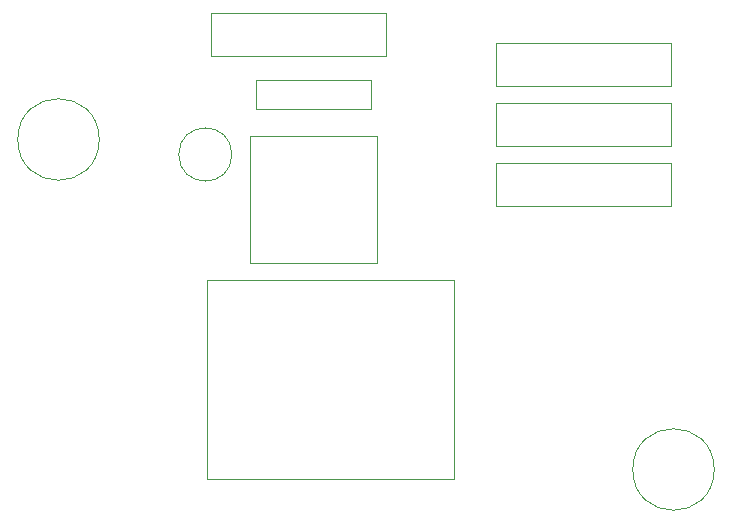
<source format=gbr>
G04 #@! TF.GenerationSoftware,KiCad,Pcbnew,(5.0.2)-1*
G04 #@! TF.CreationDate,2019-01-27T02:55:33-05:00*
G04 #@! TF.ProjectId,midimerger,6d696469-6d65-4726-9765-722e6b696361,rev?*
G04 #@! TF.SameCoordinates,PX60e4b00PY695f190*
G04 #@! TF.FileFunction,Other,User*
%FSLAX46Y46*%
G04 Gerber Fmt 4.6, Leading zero omitted, Abs format (unit mm)*
G04 Created by KiCad (PCBNEW (5.0.2)-1) date 2019-01-27 2:55:33 AM*
%MOMM*%
%LPD*%
G01*
G04 APERTURE LIST*
%ADD10C,0.050000*%
G04 APERTURE END LIST*
D10*
G04 #@! TO.C,J1*
X25270000Y5520000D02*
X25270000Y22420000D01*
X25270000Y22420000D02*
X46160000Y22420000D01*
X25270000Y5520000D02*
X46160000Y5520000D01*
X46160000Y5520000D02*
X46160000Y22420000D01*
G04 #@! TO.C,REF\002A\002A*
X16150000Y34290000D02*
G75*
G03X16150000Y34290000I-3450000J0D01*
G01*
G04 #@! TO.C,C1*
X27380000Y33020000D02*
G75*
G03X27380000Y33020000I-2250000J0D01*
G01*
G04 #@! TO.C,D1*
X39150000Y36850000D02*
X39150000Y39350000D01*
X39150000Y39350000D02*
X29430000Y39350000D01*
X29430000Y39350000D02*
X29430000Y36850000D01*
X29430000Y36850000D02*
X39150000Y36850000D01*
G04 #@! TO.C,U2*
X28930000Y34620000D02*
X28930000Y23820000D01*
X28930000Y23820000D02*
X39630000Y23820000D01*
X39630000Y23820000D02*
X39630000Y34620000D01*
X39630000Y34620000D02*
X28930000Y34620000D01*
G04 #@! TO.C,REF\002A\002A*
X68220000Y6350000D02*
G75*
G03X68220000Y6350000I-3450000J0D01*
G01*
G04 #@! TO.C,R1*
X40420000Y45030000D02*
X25620000Y45030000D01*
X40420000Y41330000D02*
X40420000Y45030000D01*
X25620000Y41330000D02*
X40420000Y41330000D01*
X25620000Y45030000D02*
X25620000Y41330000D01*
G04 #@! TO.C,R2*
X64550000Y38790000D02*
X64550000Y42490000D01*
X64550000Y42490000D02*
X49750000Y42490000D01*
X49750000Y42490000D02*
X49750000Y38790000D01*
X49750000Y38790000D02*
X64550000Y38790000D01*
G04 #@! TO.C,R3*
X49750000Y37410000D02*
X49750000Y33710000D01*
X49750000Y33710000D02*
X64550000Y33710000D01*
X64550000Y33710000D02*
X64550000Y37410000D01*
X64550000Y37410000D02*
X49750000Y37410000D01*
G04 #@! TO.C,R4*
X64550000Y32330000D02*
X49750000Y32330000D01*
X64550000Y28630000D02*
X64550000Y32330000D01*
X49750000Y28630000D02*
X64550000Y28630000D01*
X49750000Y32330000D02*
X49750000Y28630000D01*
G04 #@! TD*
M02*

</source>
